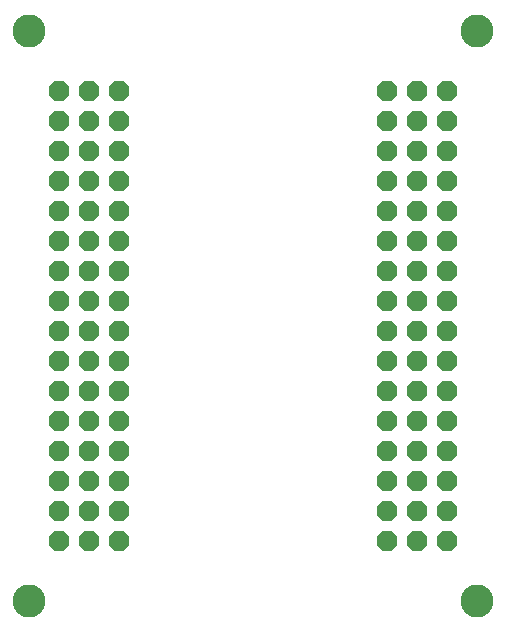
<source format=gbs>
%TF.GenerationSoftware,KiCad,Pcbnew,8.0.6*%
%TF.CreationDate,2024-12-01T20:13:51+01:00*%
%TF.ProjectId,reverseExpansionPort,72657665-7273-4654-9578-70616e73696f,rev?*%
%TF.SameCoordinates,Original*%
%TF.FileFunction,Soldermask,Bot*%
%TF.FilePolarity,Negative*%
%FSLAX46Y46*%
G04 Gerber Fmt 4.6, Leading zero omitted, Abs format (unit mm)*
G04 Created by KiCad (PCBNEW 8.0.6) date 2024-12-01 20:13:51*
%MOMM*%
%LPD*%
G01*
G04 APERTURE LIST*
G04 Aperture macros list*
%AMFreePoly0*
4,1,25,0.375350,0.844196,0.387473,0.833842,0.833842,0.387473,0.862349,0.331525,0.863600,0.315631,0.863600,-0.315631,0.844196,-0.375350,0.833842,-0.387473,0.387473,-0.833842,0.331525,-0.862349,0.315631,-0.863600,-0.315631,-0.863600,-0.375350,-0.844196,-0.387473,-0.833842,-0.833842,-0.387473,-0.862349,-0.331525,-0.863600,-0.315631,-0.863600,0.315631,-0.844196,0.375350,-0.833842,0.387473,
-0.387473,0.833842,-0.331525,0.862349,-0.315631,0.863600,0.315631,0.863600,0.375350,0.844196,0.375350,0.844196,$1*%
G04 Aperture macros list end*
%ADD10C,2.794000*%
%ADD11FreePoly0,180.000000*%
%ADD12FreePoly0,0.000000*%
G04 APERTURE END LIST*
D10*
%TO.C,P2*%
X129667000Y-116846400D03*
X129667000Y-68573600D03*
D11*
X132207000Y-111760000D03*
X132207000Y-109220000D03*
X132207000Y-106680000D03*
X132207000Y-104140000D03*
X132207000Y-101600000D03*
X132207000Y-99060000D03*
X132207000Y-96520000D03*
X132207000Y-93980000D03*
X132207000Y-91440000D03*
X132207000Y-88900000D03*
X132207000Y-86360000D03*
X132207000Y-83820000D03*
X132207000Y-81280000D03*
X132207000Y-78740000D03*
X132207000Y-76200000D03*
X132207000Y-73660000D03*
X134747000Y-111760000D03*
X134747000Y-109220000D03*
X134747000Y-106680000D03*
X134747000Y-104140000D03*
X134747000Y-101600000D03*
X134747000Y-99060000D03*
X134747000Y-96520000D03*
X134747000Y-93980000D03*
X134747000Y-91440000D03*
X134747000Y-88900000D03*
X134747000Y-86360000D03*
X134747000Y-83820000D03*
X134747000Y-81280000D03*
X134747000Y-78740000D03*
X134747000Y-76200000D03*
X134747000Y-73660000D03*
X137287000Y-111760000D03*
X137287000Y-109220000D03*
X137287000Y-106680000D03*
X137287000Y-104140000D03*
X137287000Y-101600000D03*
X137287000Y-99060000D03*
X137287000Y-96520000D03*
X137287000Y-93980000D03*
X137287000Y-91440000D03*
X137287000Y-88900000D03*
X137287000Y-86360000D03*
X137287000Y-83820000D03*
X137287000Y-81280000D03*
X137287000Y-78740000D03*
X137287000Y-76200000D03*
X137287000Y-73660000D03*
%TD*%
D10*
%TO.C,P1*%
X167640000Y-68573600D03*
X167640000Y-116846400D03*
D12*
X165100000Y-73660000D03*
X165100000Y-76200000D03*
X165100000Y-78740000D03*
X165100000Y-81280000D03*
X165100000Y-83820000D03*
X165100000Y-86360000D03*
X165100000Y-88900000D03*
X165100000Y-91440000D03*
X165100000Y-93980000D03*
X165100000Y-96520000D03*
X165100000Y-99060000D03*
X165100000Y-101600000D03*
X165100000Y-104140000D03*
X165100000Y-106680000D03*
X165100000Y-109220000D03*
X165100000Y-111760000D03*
X162560000Y-73660000D03*
X162560000Y-76200000D03*
X162560000Y-78740000D03*
X162560000Y-81280000D03*
X162560000Y-83820000D03*
X162560000Y-86360000D03*
X162560000Y-88900000D03*
X162560000Y-91440000D03*
X162560000Y-93980000D03*
X162560000Y-96520000D03*
X162560000Y-99060000D03*
X162560000Y-101600000D03*
X162560000Y-104140000D03*
X162560000Y-106680000D03*
X162560000Y-109220000D03*
X162560000Y-111760000D03*
X160020000Y-73660000D03*
X160020000Y-76200000D03*
X160020000Y-78740000D03*
X160020000Y-81280000D03*
X160020000Y-83820000D03*
X160020000Y-86360000D03*
X160020000Y-88900000D03*
X160020000Y-91440000D03*
X160020000Y-93980000D03*
X160020000Y-96520000D03*
X160020000Y-99060000D03*
X160020000Y-101600000D03*
X160020000Y-104140000D03*
X160020000Y-106680000D03*
X160020000Y-109220000D03*
X160020000Y-111760000D03*
%TD*%
M02*

</source>
